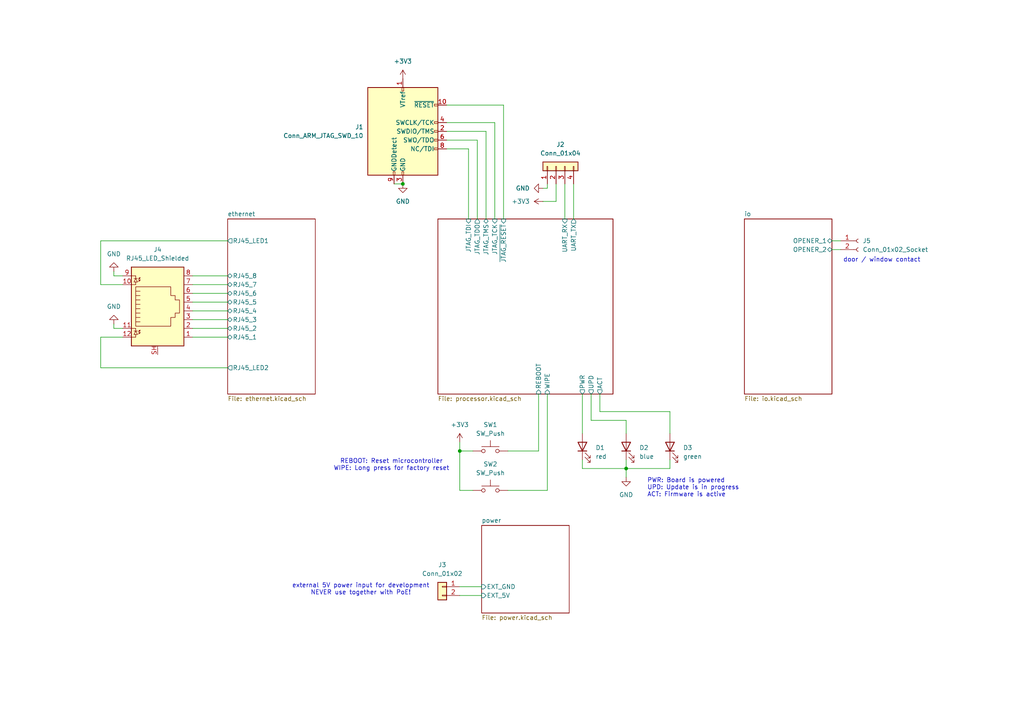
<source format=kicad_sch>
(kicad_sch (version 20231120) (generator "eeschema") (generator_version "8.0")
  (paper "A4")
  (lib_symbols
    (symbol "Connector:Conn_01x02_Socket" (pin_names (offset 1.016) hide)
      (property "Reference" "J" (at 0 2.54 0))
      (property "Value" "Conn_01x02_Socket" (at 0 -5.08 0))
      (symbol "Conn_01x02_Socket_1_1"
        (arc (start 0 -2.032) (mid -0.5058 -2.54) (end 0 -3.048) (stroke (width 0.1524)))
        (polyline (pts (xy -1.27 -2.54) (xy -0.508 -2.54)) (stroke (width 0.1524)))
        (polyline (pts (xy -1.27 0) (xy -0.508 0)) (stroke (width 0.1524)))
        (arc (start 0 0.508) (mid -0.5058 0) (end 0 -0.508) (stroke (width 0.1524)))
        (pin passive line (at -5.08 0 0) (length 3.81) (name "Pin_1") (number "1"))
        (pin passive line (at -5.08 -2.54 0) (length 3.81) (name "Pin_2") (number "2"))
      )
    )
    (symbol "Connector:Conn_ARM_JTAG_SWD_10" (pin_names (offset 1.016))
      (property "Reference" "J" (at -2.54 16.51 0))
      (property "Value" "Conn_ARM_JTAG_SWD_10" (at -2.54 13.97 0))
      (symbol "Conn_ARM_JTAG_SWD_10_0_1"
        (rectangle (start -10.16 12.7) (end 10.16 -12.7) (stroke (width 0.254)) (fill (type background)))
        (rectangle (start -2.794 -12.7) (end -2.286 -11.684))
        (rectangle (start -0.254 -12.7) (end 0.254 -11.684))
        (rectangle (start -0.254 12.7) (end 0.254 11.684))
        (rectangle (start 9.144 2.286) (end 10.16 2.794))
        (rectangle (start 10.16 -2.794) (end 9.144 -2.286))
        (rectangle (start 10.16 -0.254) (end 9.144 0.254))
        (rectangle (start 10.16 7.874) (end 9.144 7.366))
      )
      (symbol "Conn_ARM_JTAG_SWD_10_1_1"
        (rectangle (start 9.144 -5.334) (end 10.16 -4.826))
        (pin power_in line (at 0 15.24 270) (length 2.54) (name "VTref") (number "1"))
        (pin open_collector line (at 12.7 7.62 180) (length 2.54) (name "~{RESET}") (number "10"))
        (pin bidirectional line (at 12.7 0 180) (length 2.54) (name "SWDIO/TMS") (number "2"))
        (pin power_in line (at 0 -15.24 90) (length 2.54) (name "GND") (number "3"))
        (pin output line (at 12.7 2.54 180) (length 2.54) (name "SWCLK/TCK") (number "4"))
        (pin passive line (at 0 -15.24 90) (length 2.54) hide (name "GND") (number "5"))
        (pin input line (at 12.7 -2.54 180) (length 2.54) (name "SWO/TDO") (number "6"))
        (pin no_connect line (at -10.16 0 0) (length 2.54) hide (name "KEY") (number "7"))
        (pin output line (at 12.7 -5.08 180) (length 2.54) (name "NC/TDI") (number "8"))
        (pin passive line (at -2.54 -15.24 90) (length 2.54) (name "GNDDetect") (number "9"))
      )
    )
    (symbol "Connector:RJ45_LED_Shielded" (pin_names (offset 1.016))
      (property "Reference" "J" (at -5.08 13.97 0))
      (property "Value" "RJ45_LED_Shielded" (at 1.27 13.97 0))
      (symbol "RJ45_LED_Shielded_0_1"
        (polyline (pts (xy -7.62 -7.62) (xy -6.35 -7.62)))
        (polyline (pts (xy -7.62 -5.08) (xy -6.35 -5.08)))
        (polyline (pts (xy -7.62 7.62) (xy -6.35 7.62)))
        (polyline (pts (xy -7.62 10.16) (xy -6.35 10.16)))
        (polyline (pts (xy -6.858 -5.842) (xy -5.842 -5.842)))
        (polyline (pts (xy -6.858 9.398) (xy -5.842 9.398)))
        (polyline (pts (xy -6.35 -7.62) (xy -6.35 -6.858)))
        (polyline (pts (xy -6.35 -5.08) (xy -6.35 -5.842)))
        (polyline (pts (xy -6.35 7.62) (xy -6.35 8.382)))
        (polyline (pts (xy -6.35 10.16) (xy -6.35 9.398)))
        (polyline (pts (xy -5.08 -6.223) (xy -5.207 -6.604)))
        (polyline (pts (xy -5.08 -5.588) (xy -5.207 -5.969)))
        (polyline (pts (xy -5.08 4.445) (xy -6.35 4.445)))
        (polyline (pts (xy -5.08 5.715) (xy -6.35 5.715)))
        (polyline (pts (xy -5.08 9.017) (xy -5.207 8.636)))
        (polyline (pts (xy -5.08 9.652) (xy -5.207 9.271)))
        (polyline (pts (xy -6.35 -3.175) (xy -5.08 -3.175) (xy -5.08 -3.175)))
        (polyline (pts (xy -6.35 -1.905) (xy -5.08 -1.905) (xy -5.08 -1.905)))
        (polyline (pts (xy -6.35 -0.635) (xy -5.08 -0.635) (xy -5.08 -0.635)))
        (polyline (pts (xy -6.35 0.635) (xy -5.08 0.635) (xy -5.08 0.635)))
        (polyline (pts (xy -6.35 1.905) (xy -5.08 1.905) (xy -5.08 1.905)))
        (polyline (pts (xy -5.588 -6.731) (xy -5.08 -6.223) (xy -5.461 -6.35)))
        (polyline (pts (xy -5.588 -6.096) (xy -5.08 -5.588) (xy -5.461 -5.715)))
        (polyline (pts (xy -5.588 8.509) (xy -5.08 9.017) (xy -5.461 8.89)))
        (polyline (pts (xy -5.588 9.144) (xy -5.08 9.652) (xy -5.461 9.525)))
        (polyline (pts (xy -5.08 3.175) (xy -6.35 3.175) (xy -6.35 3.175)))
        (polyline (pts (xy -6.35 -5.842) (xy -6.858 -6.858) (xy -5.842 -6.858) (xy -6.35 -5.842)))
        (polyline (pts (xy -6.35 9.398) (xy -6.858 8.382) (xy -5.842 8.382) (xy -6.35 9.398)))
        (polyline (pts (xy -6.35 -4.445) (xy -6.35 6.985) (xy 3.81 6.985) (xy 3.81 4.445) (xy 5.08 4.445) (xy 5.08 3.175) (xy 6.35 3.175) (xy 6.35 -0.635) (xy 5.08 -0.635) (xy 5.08 -1.905) (xy 3.81 -1.905) (xy 3.81 -4.445) (xy -6.35 -4.445) (xy -6.35 -4.445)))
        (rectangle (start 7.62 12.7) (end -7.62 -10.16) (stroke (width 0.254)) (fill (type background)))
      )
      (symbol "RJ45_LED_Shielded_1_1"
        (pin passive line (at 10.16 -7.62 180) (length 2.54) (name "~") (number "1"))
        (pin passive line (at -10.16 7.62 0) (length 2.54) (name "~") (number "10"))
        (pin passive line (at -10.16 -5.08 0) (length 2.54) (name "~") (number "11"))
        (pin passive line (at -10.16 -7.62 0) (length 2.54) (name "~") (number "12"))
        (pin passive line (at 10.16 -5.08 180) (length 2.54) (name "~") (number "2"))
        (pin passive line (at 10.16 -2.54 180) (length 2.54) (name "~") (number "3"))
        (pin passive line (at 10.16 0 180) (length 2.54) (name "~") (number "4"))
        (pin passive line (at 10.16 2.54 180) (length 2.54) (name "~") (number "5"))
        (pin passive line (at 10.16 5.08 180) (length 2.54) (name "~") (number "6"))
        (pin passive line (at 10.16 7.62 180) (length 2.54) (name "~") (number "7"))
        (pin passive line (at 10.16 10.16 180) (length 2.54) (name "~") (number "8"))
        (pin passive line (at -10.16 10.16 0) (length 2.54) (name "~") (number "9"))
        (pin passive line (at 0 -12.7 90) (length 2.54) (name "~") (number "SH"))
      )
    )
    (symbol "Connector_Generic:Conn_01x02" (pin_names (offset 1.016) hide)
      (property "Reference" "J" (at 0 2.54 0))
      (property "Value" "Conn_01x02" (at 0 -5.08 0))
      (symbol "Conn_01x02_1_1"
        (rectangle (start -1.27 -2.413) (end 0 -2.667) (stroke (width 0.1524)))
        (rectangle (start -1.27 0.127) (end 0 -0.127) (stroke (width 0.1524)))
        (rectangle (start -1.27 1.27) (end 1.27 -3.81) (stroke (width 0.254)) (fill (type background)))
        (pin passive line (at -5.08 0 0) (length 3.81) (name "Pin_1") (number "1"))
        (pin passive line (at -5.08 -2.54 0) (length 3.81) (name "Pin_2") (number "2"))
      )
    )
    (symbol "Connector_Generic:Conn_01x04" (pin_names (offset 1.016) hide)
      (property "Reference" "J" (at 0 5.08 0))
      (property "Value" "Conn_01x04" (at 0 -7.62 0))
      (symbol "Conn_01x04_1_1"
        (rectangle (start -1.27 -4.953) (end 0 -5.207) (stroke (width 0.1524)))
        (rectangle (start -1.27 -2.413) (end 0 -2.667) (stroke (width 0.1524)))
        (rectangle (start -1.27 0.127) (end 0 -0.127) (stroke (width 0.1524)))
        (rectangle (start -1.27 2.667) (end 0 2.413) (stroke (width 0.1524)))
        (rectangle (start -1.27 3.81) (end 1.27 -6.35) (stroke (width 0.254)) (fill (type background)))
        (pin passive line (at -5.08 2.54 0) (length 3.81) (name "Pin_1") (number "1"))
        (pin passive line (at -5.08 0 0) (length 3.81) (name "Pin_2") (number "2"))
        (pin passive line (at -5.08 -2.54 0) (length 3.81) (name "Pin_3") (number "3"))
        (pin passive line (at -5.08 -5.08 0) (length 3.81) (name "Pin_4") (number "4"))
      )
    )
    (symbol "Device:LED" (pin_numbers hide) (pin_names (offset 1.016) hide)
      (property "Reference" "D" (at 0 2.54 0))
      (property "Value" "LED" (at 0 -2.54 0))
      (symbol "LED_0_1"
        (polyline (pts (xy -1.27 -1.27) (xy -1.27 1.27)) (stroke (width 0.254)))
        (polyline (pts (xy -1.27 0) (xy 1.27 0)))
        (polyline (pts (xy 1.27 -1.27) (xy 1.27 1.27) (xy -1.27 0) (xy 1.27 -1.27)) (stroke (width 0.254)))
        (polyline (pts (xy -3.048 -0.762) (xy -4.572 -2.286) (xy -3.81 -2.286) (xy -4.572 -2.286) (xy -4.572 -1.524)))
        (polyline (pts (xy -1.778 -0.762) (xy -3.302 -2.286) (xy -2.54 -2.286) (xy -3.302 -2.286) (xy -3.302 -1.524)))
      )
      (symbol "LED_1_1"
        (pin passive line (at -3.81 0 0) (length 2.54) (name "K") (number "1"))
        (pin passive line (at 3.81 0 180) (length 2.54) (name "A") (number "2"))
      )
    )
    (symbol "Switch:SW_Push" (pin_numbers hide) (pin_names (offset 1.016) hide)
      (property "Reference" "SW" (at 1.27 2.54 0))
      (property "Value" "SW_Push" (at 0 -1.524 0))
      (symbol "SW_Push_0_1"
        (circle (center -2.032 0) (radius 0.508))
        (polyline (pts (xy 0 1.27) (xy 0 3.048)))
        (polyline (pts (xy 2.54 1.27) (xy -2.54 1.27)))
        (circle (center 2.032 0) (radius 0.508))
        (pin passive line (at -5.08 0 0) (length 2.54) (name "1") (number "1"))
        (pin passive line (at 5.08 0 180) (length 2.54) (name "2") (number "2"))
      )
    )
    (symbol "power:+3V3" (power) (pin_numbers hide) (pin_names (offset 0) hide)
      (property "Value" "+3V3" (at 0 3.556 0))
      (symbol "+3V3_0_1"
        (polyline (pts (xy -0.762 1.27) (xy 0 2.54)))
        (polyline (pts (xy 0 0) (xy 0 2.54)))
        (polyline (pts (xy 0 2.54) (xy 0.762 1.27)))
      )
      (symbol "+3V3_1_1"
        (pin power_in line (at 0 0 90) (length 0) (name "~") (number "1"))
      )
    )
    (symbol "power:GND" (power) (pin_numbers hide) (pin_names (offset 0) hide)
      (property "Value" "GND" (at 0 -3.81 0))
      (symbol "GND_0_1"
        (polyline (pts (xy 0 0) (xy 0 -1.27) (xy 1.27 -1.27) (xy 0 -2.54) (xy -1.27 -1.27) (xy 0 -1.27)))
      )
      (symbol "GND_1_1"
        (pin power_in line (at 0 0 270) (length 0) (name "~") (number "1"))
      )
    )
  )
  (junction (at 181.61 135.89))
  (junction (at 133.35 130.81))
  (junction (at 116.84 53.34))
  (wire (pts (xy 181.61 135.89) (xy 181.61 138.43)))
  (wire (pts (xy 138.43 40.64) (xy 138.43 63.5)))
  (wire (pts (xy 29.21 82.55) (xy 35.56 82.55)))
  (wire (pts (xy 181.61 133.35) (xy 181.61 135.89)))
  (wire (pts (xy 55.88 80.01) (xy 66.04 80.01)))
  (wire (pts (xy 33.02 80.01) (xy 35.56 80.01)))
  (wire (pts (xy 161.29 58.42) (xy 157.48 58.42)))
  (wire (pts (xy 129.54 35.56) (xy 143.51 35.56)))
  (wire (pts (xy 181.61 121.92) (xy 181.61 125.73)))
  (wire (pts (xy 129.54 30.48) (xy 146.05 30.48)))
  (wire (pts (xy 146.05 30.48) (xy 146.05 63.5)))
  (wire (pts (xy 156.21 114.3) (xy 156.21 130.81)))
  (wire (pts (xy 133.35 130.81) (xy 133.35 142.24)))
  (wire (pts (xy 158.75 114.3) (xy 158.75 142.24)))
  (wire (pts (xy 55.88 85.09) (xy 66.04 85.09)))
  (wire (pts (xy 168.91 135.89) (xy 181.61 135.89)))
  (wire (pts (xy 33.02 93.98) (xy 33.02 95.25)))
  (wire (pts (xy 114.3 53.34) (xy 116.84 53.34)))
  (wire (pts (xy 168.91 114.3) (xy 168.91 125.73)))
  (wire (pts (xy 173.99 114.3) (xy 173.99 119.38)))
  (wire (pts (xy 129.54 40.64) (xy 138.43 40.64)))
  (wire (pts (xy 137.16 142.24) (xy 133.35 142.24)))
  (wire (pts (xy 157.48 54.61) (xy 158.75 54.61)))
  (wire (pts (xy 161.29 53.34) (xy 161.29 58.42)))
  (wire (pts (xy 133.35 130.81) (xy 133.35 128.27)))
  (wire (pts (xy 129.54 43.18) (xy 135.89 43.18)))
  (wire (pts (xy 241.3 69.85) (xy 243.84 69.85)))
  (wire (pts (xy 55.88 82.55) (xy 66.04 82.55)))
  (wire (pts (xy 55.88 97.79) (xy 66.04 97.79)))
  (wire (pts (xy 158.75 54.61) (xy 158.75 53.34)))
  (wire (pts (xy 140.97 38.1) (xy 140.97 63.5)))
  (wire (pts (xy 33.02 78.74) (xy 33.02 80.01)))
  (wire (pts (xy 173.99 119.38) (xy 194.31 119.38)))
  (wire (pts (xy 194.31 119.38) (xy 194.31 125.73)))
  (wire (pts (xy 194.31 133.35) (xy 194.31 135.89)))
  (wire (pts (xy 194.31 135.89) (xy 181.61 135.89)))
  (wire (pts (xy 29.21 97.79) (xy 35.56 97.79)))
  (wire (pts (xy 168.91 133.35) (xy 168.91 135.89)))
  (wire (pts (xy 158.75 142.24) (xy 147.32 142.24)))
  (wire (pts (xy 143.51 35.56) (xy 143.51 63.5)))
  (wire (pts (xy 163.83 53.34) (xy 163.83 63.5)))
  (wire (pts (xy 171.45 114.3) (xy 171.45 121.92)))
  (wire (pts (xy 55.88 87.63) (xy 66.04 87.63)))
  (wire (pts (xy 129.54 38.1) (xy 140.97 38.1)))
  (wire (pts (xy 135.89 43.18) (xy 135.89 63.5)))
  (wire (pts (xy 171.45 121.92) (xy 181.61 121.92)))
  (wire (pts (xy 55.88 95.25) (xy 66.04 95.25)))
  (wire (pts (xy 133.35 170.18) (xy 139.7 170.18)))
  (wire (pts (xy 137.16 130.81) (xy 133.35 130.81)))
  (wire (pts (xy 133.35 172.72) (xy 139.7 172.72)))
  (wire (pts (xy 166.37 53.34) (xy 166.37 63.5)))
  (wire (pts (xy 241.3 72.39) (xy 243.84 72.39)))
  (wire (pts (xy 29.21 69.85) (xy 29.21 82.55)))
  (wire (pts (xy 156.21 130.81) (xy 147.32 130.81)))
  (wire (pts (xy 55.88 90.17) (xy 66.04 90.17)))
  (wire (pts (xy 33.02 95.25) (xy 35.56 95.25)))
  (wire (pts (xy 55.88 92.71) (xy 66.04 92.71)))
  (wire (pts (xy 29.21 106.68) (xy 29.21 97.79)))
  (wire (pts (xy 66.04 69.85) (xy 29.21 69.85)))
  (wire (pts (xy 66.04 106.68) (xy 29.21 106.68)))
  (text "PWR: Board is powered\nUPD: Update is in progress\nACT: Firmware is active" (at 187.706 141.478 0) (effects (font (size 1.27 1.27)) (justify left)))
  (text "REBOOT: Reset microcontroller\nWIPE: Long press for factory reset" (at 113.538 134.874 0) (effects (font (size 1.27 1.27))))
  (text "external 5V power input for development\nNEVER use together with PoE!" (at 104.648 170.942 0) (effects (font (size 1.27 1.27))))
  (text "door / window contact" (at 255.778 75.438 0) (effects (font (size 1.27 1.27))))
  (symbol (lib_id "power:GND") (at 33.02 93.98 180) (unit 1)
    (property "Reference" "#PWR08" (effects (hide yes)))
    (property "Value" "GND" (at 33.02 88.9 0))
    (property "Description" "Power symbol creates a global label with name \"GND\" , ground" (effects (hide yes)))
  )
  (symbol (lib_id "Switch:SW_Push") (at 142.24 130.81 0) (mirror y) (unit 1)
    (property "Reference" "SW1" (at 142.24 123.19 0))
    (property "Value" "SW_Push" (at 142.24 125.73 0))
    (property "Footprint" "Button_Switch_SMD:SW_SPST_TL3305B" (effects (hide yes)))
    (property "Datasheet" "https://www.e-switch.com/wp-content/uploads/2024/08/TL3305.pdf" (effects (hide yes)))
    (property "Description" "REBOOT" (effects (hide yes)))
    (property "MPN" "TL3305BF260QG" (effects (hide yes)))
    (property "Manufacturer" "E-Switch" (effects (hide yes)))
  )
  (symbol (lib_id "Connector:RJ45_LED_Shielded") (at 45.72 90.17 0) (unit 1)
    (property "Reference" "J4" (at 45.72 72.39 0))
    (property "Value" "RJ45_LED_Shielded" (at 45.72 74.93 0))
    (property "Footprint" "Connector_RJ:RJ45_BEL_SS74301-00x_Vertical" (effects (hide yes)))
    (property "Datasheet" "https://www.cinch.com/media/datasheets/products/ethernet-usb/ds-stw-2.5g-connectors.pdf" (effects (hide yes)))
    (property "Description" "Ethernet with PoE" (effects (hide yes)))
    (property "MPN" "SS-74301-001" (effects (hide yes)))
    (property "Manufacturer" "Stewart Connector" (effects (hide yes)))
  )
  (symbol (lib_id "Switch:SW_Push") (at 142.24 142.24 0) (mirror y) (unit 1)
    (property "Reference" "SW2" (at 142.24 134.62 0))
    (property "Value" "SW_Push" (at 142.24 137.16 0))
    (property "Footprint" "Button_Switch_SMD:SW_SPST_TL3305B" (effects (hide yes)))
    (property "Datasheet" "https://www.e-switch.com/wp-content/uploads/2024/08/TL3305.pdf" (effects (hide yes)))
    (property "Description" "WIPE" (effects (hide yes)))
    (property "MPN" "TL3305BF260QG" (effects (hide yes)))
    (property "Manufacturer" "E-Switch" (effects (hide yes)))
  )
  (symbol (lib_id "Device:LED") (at 181.61 129.54 90) (unit 1)
    (property "Reference" "D2" (at 185.42 129.8574 90) (effects (justify right)))
    (property "Value" "blue" (at 185.42 132.3974 90) (effects (justify right)))
    (property "Footprint" "LED_SMD:LED_1206_3216Metric" (effects (hide yes)))
    (property "Datasheet" "https://s3-us-west-2.amazonaws.com/catsy.557/Dialight_CBI_data_598-1206_Apr2018.pdf" (effects (hide yes)))
    (property "Description" "UPD" (effects (hide yes)))
    (property "MPN" "598-8291-107F" (effects (hide yes)))
    (property "Manufacturer" "Dialight" (effects (hide yes)))
  )
  (symbol (lib_id "Connector_Generic:Conn_01x04") (at 161.29 48.26 90) (unit 1)
    (property "Reference" "J2" (at 162.56 41.91 90))
    (property "Value" "Conn_01x04" (at 162.56 44.45 90))
    (property "Footprint" "Connector_PinHeader_2.54mm:PinHeader_1x04_P2.54mm_Vertical" (effects (hide yes)))
    (property "Description" "3V3 UART" (effects (hide yes)))
  )
  (symbol (lib_id "power:+3V3") (at 133.35 128.27 0) (mirror y) (unit 1)
    (property "Reference" "#PWR04" (effects (hide yes)))
    (property "Value" "+3V3" (at 133.35 123.19 0))
    (property "Description" "Power symbol creates a global label with name \"+3V3\"" (effects (hide yes)))
  )
  (symbol (lib_id "Connector:Conn_ARM_JTAG_SWD_10") (at 116.84 38.1 0) (unit 1)
    (property "Reference" "J1" (at 105.41 36.8299 0) (effects (justify right)))
    (property "Value" "Conn_ARM_JTAG_SWD_10" (at 105.41 39.3699 0) (effects (justify right)))
    (property "Datasheet" "https://mm.digikey.com/Volume0/opasdata/d220001/medias/docus/6209/ftsh-1xx-xx-xxx-dv-xxx-xxx-x-xx-mkt.pdf" (effects (hide yes)))
    (property "Description" "JTAG" (effects (hide yes)))
    (property "MPN" "FTSH-105-01-L-DV-007-K-TR" (effects (hide yes)))
    (property "Manufacturer" "samtec" (effects (hide yes)))
  )
  (symbol (lib_id "Connector_Generic:Conn_01x02") (at 128.27 170.18 0) (mirror y) (unit 1)
    (property "Reference" "J3" (at 128.27 163.83 0))
    (property "Value" "Conn_01x02" (at 128.27 166.37 0))
    (property "Footprint" "Connector_PinHeader_2.54mm:PinHeader_1x02_P2.54mm_Vertical" (effects (hide yes)))
    (property "Description" "Non-PoE 5V power input" (effects (hide yes)))
  )
  (symbol (lib_id "power:+3V3") (at 157.48 58.42 90) (unit 1)
    (property "Reference" "#PWR06" (effects (hide yes)))
    (property "Value" "+3V3" (at 153.67 58.4199 90) (effects (justify left)))
    (property "Description" "Power symbol creates a global label with name \"+3V3\"" (effects (hide yes)))
  )
  (symbol (lib_id "Device:LED") (at 194.31 129.54 90) (unit 1)
    (property "Reference" "D3" (at 198.12 129.8574 90) (effects (justify right)))
    (property "Value" "green" (at 198.12 132.3974 90) (effects (justify right)))
    (property "Footprint" "LED_SMD:LED_1206_3216Metric" (effects (hide yes)))
    (property "Datasheet" "https://s3-us-west-2.amazonaws.com/catsy.557/Dialight_CBI_data_598-1206_Apr2018.pdf" (effects (hide yes)))
    (property "Description" "ACT" (effects (hide yes)))
    (property "MPN" "598-8270-107F" (effects (hide yes)))
    (property "Manufacturer" "Dialight" (effects (hide yes)))
  )
  (symbol (lib_id "power:GND") (at 116.84 53.34 0) (unit 1)
    (property "Reference" "#PWR02" (effects (hide yes)))
    (property "Value" "GND" (at 116.84 58.42 0))
    (property "Description" "Power symbol creates a global label with name \"GND\" , ground" (effects (hide yes)))
  )
  (symbol (lib_id "Connector:Conn_01x02_Socket") (at 248.92 69.85 0) (unit 1)
    (property "Reference" "J5" (at 250.19 69.8499 0) (effects (justify left)))
    (property "Value" "Conn_01x02_Socket" (at 250.19 72.3899 0) (effects (justify left)))
    (property "Footprint" "TerminalBlock_WAGO:TerminalBlock_WAGO_236-402_1x02_P5.00mm_45Degree" (effects (hide yes)))
    (property "Description" "door / window contact" (effects (hide yes)))
    (property "MPN" "236-402" (effects (hide yes)))
    (property "Manufacturer" "WAGO Corporation" (effects (hide yes)))
  )
  (symbol (lib_id "power:GND") (at 181.61 138.43 0) (unit 1)
    (property "Reference" "#PWR03" (effects (hide yes)))
    (property "Value" "GND" (at 181.61 143.51 0))
    (property "Description" "Power symbol creates a global label with name \"GND\" , ground" (effects (hide yes)))
  )
  (symbol (lib_id "power:GND") (at 157.48 54.61 270) (unit 1)
    (property "Reference" "#PWR05" (effects (hide yes)))
    (property "Value" "GND" (at 153.67 54.6099 90) (effects (justify right)))
    (property "Description" "Power symbol creates a global label with name \"GND\" , ground" (effects (hide yes)))
  )
  (symbol (lib_id "power:+3V3") (at 116.84 22.86 0) (unit 1)
    (property "Reference" "#PWR01" (effects (hide yes)))
    (property "Value" "+3V3" (at 116.84 17.78 0))
    (property "Description" "Power symbol creates a global label with name \"+3V3\"" (effects (hide yes)))
  )
  (symbol (lib_id "Device:LED") (at 168.91 129.54 90) (unit 1)
    (property "Reference" "D1" (at 172.72 129.8574 90) (effects (justify right)))
    (property "Value" "red" (at 172.72 132.3974 90) (effects (justify right)))
    (property "Footprint" "LED_SMD:LED_1206_3216Metric" (effects (hide yes)))
    (property "Datasheet" "https://s3-us-west-2.amazonaws.com/catsy.557/Dialight_CBI_data_598-1206_Apr2018.pdf" (effects (hide yes)))
    (property "Description" "PWR" (effects (hide yes)))
    (property "MPN" "598-8210-107F" (effects (hide yes)))
    (property "Manufacturer" "Dialight" (effects (hide yes)))
  )
  (symbol (lib_id "power:GND") (at 33.02 78.74 180) (unit 1)
    (property "Reference" "#PWR07" (effects (hide yes)))
    (property "Value" "GND" (at 33.02 73.66 0))
    (property "Description" "Power symbol creates a global label with name \"GND\" , ground" (effects (hide yes)))
  )
  (sheet (at 66.04 63.5) (size 25.4 50.8) (stroke (width 0.1524))
    (property "Sheetname" "ethernet" (at 66.04 62.7884 0) (effects (justify left bottom)))
    (property "Sheetfile" "ethernet.kicad_sch" (at 66.04 114.8846 0) (effects (justify left top)))
    (pin "RJ45_1" bidirectional (at 66.04 97.79 180))
    (pin "RJ45_2" bidirectional (at 66.04 95.25 180))
    (pin "RJ45_3" bidirectional (at 66.04 92.71 180))
    (pin "RJ45_4" bidirectional (at 66.04 90.17 180))
    (pin "RJ45_5" bidirectional (at 66.04 87.63 180))
    (pin "RJ45_6" bidirectional (at 66.04 85.09 180))
    (pin "RJ45_7" bidirectional (at 66.04 82.55 180))
    (pin "RJ45_8" bidirectional (at 66.04 80.01 180))
    (pin "RJ45_LED1" output (at 66.04 69.85 180))
    (pin "RJ45_LED2" output (at 66.04 106.68 180))
  )
  (sheet (at 215.9 63.5) (size 25.4 50.8) (stroke (width 0.1524))
    (property "Sheetname" "io" (at 215.9 62.7884 0) (effects (justify left bottom)))
    (property "Sheetfile" "io.kicad_sch" (at 215.9 114.8846 0) (effects (justify left top)))
    (pin "OPENER_1" bidirectional (at 241.3 69.85 0))
    (pin "OPENER_2" bidirectional (at 241.3 72.39 0))
  )
  (sheet (at 127 63.5) (size 50.8 50.8) (stroke (width 0.1524))
    (property "Sheetname" "processor" (effects (hide yes)))
    (property "Sheetfile" "processor.kicad_sch" (at 127 114.8846 0) (effects (justify left top)))
    (pin "REBOOT" input (at 156.21 114.3 270))
    (pin "WIPE" input (at 158.75 114.3 270))
    (pin "PWR" output (at 168.91 114.3 270))
    (pin "UPD" output (at 171.45 114.3 270))
    (pin "ACT" output (at 173.99 114.3 270))
    (pin "JTAG_TDI" input (at 135.89 63.5 90))
    (pin "JTAG_TDO" output (at 138.43 63.5 90))
    (pin "~{JTAG_RESET}" input (at 146.05 63.5 90))
    (pin "JTAG_TMS" bidirectional (at 140.97 63.5 90))
    (pin "JTAG_TCK" input (at 143.51 63.5 90))
    (pin "UART_RX" input (at 163.83 63.5 90))
    (pin "UART_TX" output (at 166.37 63.5 90))
  )
  (sheet (at 139.7 152.4) (size 25.4 25.4) (stroke (width 0.1524))
    (property "Sheetname" "power" (at 139.7 151.6884 0) (effects (justify left bottom)))
    (property "Sheetfile" "power.kicad_sch" (at 139.7 178.3846 0) (effects (justify left top)))
    (pin "EXT_5V" input (at 139.7 172.72 180))
    (pin "EXT_GND" input (at 139.7 170.18 180))
  )
)
</source>
